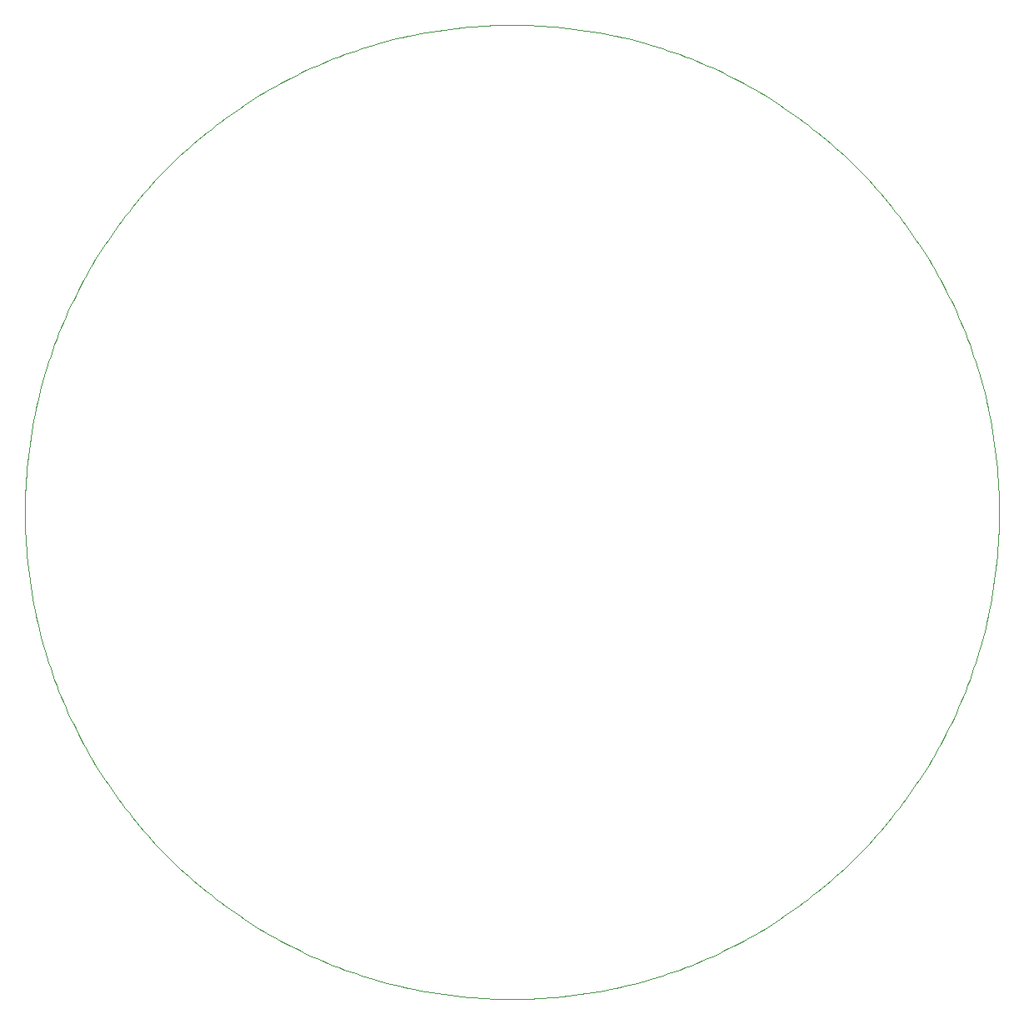
<source format=gm1>
G04 #@! TF.FileFunction,Profile,NP*
%FSLAX46Y46*%
G04 Gerber Fmt 4.6, Leading zero omitted, Abs format (unit mm)*
G04 Created by KiCad (PCBNEW 4.0.7) date 07/18/18 17:21:38*
%MOMM*%
%LPD*%
G01*
G04 APERTURE LIST*
%ADD10C,0.100000*%
G04 APERTURE END LIST*
D10*
X159359421Y-45699200D02*
X158719524Y-45703249D01*
X158719524Y-45703249D02*
X158081573Y-45715363D01*
X158081573Y-45715363D02*
X157445618Y-45735495D01*
X157445618Y-45735495D02*
X156811708Y-45763594D01*
X156811708Y-45763594D02*
X156179894Y-45799613D01*
X156179894Y-45799613D02*
X155550220Y-45843504D01*
X155550220Y-45843504D02*
X154922740Y-45895217D01*
X154922740Y-45895217D02*
X154297495Y-45954705D01*
X154297495Y-45954705D02*
X153674539Y-46021918D01*
X153674539Y-46021918D02*
X153053921Y-46096808D01*
X153053921Y-46096808D02*
X152435685Y-46179327D01*
X152435685Y-46179327D02*
X151819886Y-46269425D01*
X151819886Y-46269425D02*
X151206566Y-46367055D01*
X151206566Y-46367055D02*
X150595778Y-46472168D01*
X150595778Y-46472168D02*
X149987570Y-46584715D01*
X149987570Y-46584715D02*
X149381989Y-46704647D01*
X149381989Y-46704647D02*
X148779083Y-46831917D01*
X148779083Y-46831917D02*
X148178902Y-46966476D01*
X148178902Y-46966476D02*
X147581494Y-47108274D01*
X147581494Y-47108274D02*
X146986909Y-47257264D01*
X146986909Y-47257264D02*
X146395195Y-47413397D01*
X146395195Y-47413397D02*
X145806399Y-47576625D01*
X145806399Y-47576625D02*
X145220572Y-47746898D01*
X145220572Y-47746898D02*
X144637758Y-47924169D01*
X144637758Y-47924169D02*
X144058011Y-48108388D01*
X144058011Y-48108388D02*
X143481376Y-48299508D01*
X143481376Y-48299508D02*
X142907902Y-48497479D01*
X142907902Y-48497479D02*
X142337640Y-48702253D01*
X142337640Y-48702253D02*
X141770636Y-48913782D01*
X141770636Y-48913782D02*
X141206941Y-49132017D01*
X141206941Y-49132017D02*
X140646601Y-49356909D01*
X140646601Y-49356909D02*
X140089664Y-49588410D01*
X140089664Y-49588410D02*
X139536182Y-49826472D01*
X139536182Y-49826472D02*
X138986200Y-50071045D01*
X138986200Y-50071045D02*
X138439770Y-50322082D01*
X138439770Y-50322082D02*
X137896937Y-50579533D01*
X137896937Y-50579533D02*
X137357751Y-50843351D01*
X137357751Y-50843351D02*
X136822261Y-51113486D01*
X136822261Y-51113486D02*
X136290516Y-51389890D01*
X136290516Y-51389890D02*
X135762564Y-51672514D01*
X135762564Y-51672514D02*
X135238453Y-51961311D01*
X135238453Y-51961311D02*
X134718232Y-52256231D01*
X134718232Y-52256231D02*
X134201950Y-52557225D01*
X134201950Y-52557225D02*
X133689655Y-52864246D01*
X133689655Y-52864246D02*
X133181395Y-53177245D01*
X133181395Y-53177245D02*
X132677220Y-53496173D01*
X132677220Y-53496173D02*
X132177177Y-53820981D01*
X132177177Y-53820981D02*
X131681316Y-54151622D01*
X131681316Y-54151622D02*
X131189685Y-54488046D01*
X131189685Y-54488046D02*
X130702332Y-54830205D01*
X130702332Y-54830205D02*
X130219306Y-55178050D01*
X130219306Y-55178050D02*
X129740655Y-55531533D01*
X129740655Y-55531533D02*
X129266429Y-55890606D01*
X129266429Y-55890606D02*
X128796675Y-56255219D01*
X128796675Y-56255219D02*
X128331443Y-56625325D01*
X128331443Y-56625325D02*
X127870780Y-57000874D01*
X127870780Y-57000874D02*
X127414735Y-57381818D01*
X127414735Y-57381818D02*
X126963357Y-57768109D01*
X126963357Y-57768109D02*
X126516695Y-58159698D01*
X126516695Y-58159698D02*
X126074797Y-58556536D01*
X126074797Y-58556536D02*
X125637710Y-58958575D01*
X125637710Y-58958575D02*
X125205486Y-59365767D01*
X125205486Y-59365767D02*
X124778170Y-59778062D01*
X124778170Y-59778062D02*
X124355813Y-60195413D01*
X124355813Y-60195413D02*
X123938462Y-60617770D01*
X123938462Y-60617770D02*
X123526167Y-61045086D01*
X123526167Y-61045086D02*
X123118975Y-61477310D01*
X123118975Y-61477310D02*
X122716936Y-61914397D01*
X122716936Y-61914397D02*
X122320098Y-62356295D01*
X122320098Y-62356295D02*
X121928509Y-62802957D01*
X121928509Y-62802957D02*
X121542218Y-63254335D01*
X121542218Y-63254335D02*
X121161274Y-63710380D01*
X121161274Y-63710380D02*
X120785725Y-64171043D01*
X120785725Y-64171043D02*
X120415619Y-64636275D01*
X120415619Y-64636275D02*
X120051006Y-65106029D01*
X120051006Y-65106029D02*
X119691933Y-65580255D01*
X119691933Y-65580255D02*
X119338450Y-66058906D01*
X119338450Y-66058906D02*
X118990605Y-66541932D01*
X118990605Y-66541932D02*
X118648446Y-67029285D01*
X118648446Y-67029285D02*
X118312022Y-67520916D01*
X118312022Y-67520916D02*
X117981381Y-68016777D01*
X117981381Y-68016777D02*
X117656573Y-68516820D01*
X117656573Y-68516820D02*
X117337645Y-69020995D01*
X117337645Y-69020995D02*
X117024646Y-69529255D01*
X117024646Y-69529255D02*
X116717625Y-70041550D01*
X116717625Y-70041550D02*
X116416631Y-70557832D01*
X116416631Y-70557832D02*
X116121711Y-71078053D01*
X116121711Y-71078053D02*
X115832914Y-71602164D01*
X115832914Y-71602164D02*
X115550290Y-72130116D01*
X115550290Y-72130116D02*
X115273886Y-72661861D01*
X115273886Y-72661861D02*
X115003751Y-73197351D01*
X115003751Y-73197351D02*
X114739933Y-73736537D01*
X114739933Y-73736537D02*
X114482482Y-74279370D01*
X114482482Y-74279370D02*
X114231445Y-74825800D01*
X114231445Y-74825800D02*
X113986872Y-75375782D01*
X113986872Y-75375782D02*
X113748810Y-75929264D01*
X113748810Y-75929264D02*
X113517309Y-76486201D01*
X113517309Y-76486201D02*
X113292417Y-77046541D01*
X113292417Y-77046541D02*
X113074182Y-77610236D01*
X113074182Y-77610236D02*
X112862653Y-78177240D01*
X112862653Y-78177240D02*
X112657879Y-78747502D01*
X112657879Y-78747502D02*
X112459908Y-79320976D01*
X112459908Y-79320976D02*
X112268788Y-79897611D01*
X112268788Y-79897611D02*
X112084569Y-80477358D01*
X112084569Y-80477358D02*
X111907298Y-81060172D01*
X111907298Y-81060172D02*
X111737025Y-81645999D01*
X111737025Y-81645999D02*
X111573797Y-82234795D01*
X111573797Y-82234795D02*
X111417664Y-82826509D01*
X111417664Y-82826509D02*
X111268674Y-83421094D01*
X111268674Y-83421094D02*
X111126876Y-84018502D01*
X111126876Y-84018502D02*
X110992317Y-84618683D01*
X110992317Y-84618683D02*
X110865047Y-85221589D01*
X110865047Y-85221589D02*
X110745115Y-85827170D01*
X110745115Y-85827170D02*
X110632568Y-86435378D01*
X110632568Y-86435378D02*
X110527455Y-87046166D01*
X110527455Y-87046166D02*
X110429825Y-87659486D01*
X110429825Y-87659486D02*
X110339727Y-88275285D01*
X110339727Y-88275285D02*
X110257208Y-88893521D01*
X110257208Y-88893521D02*
X110182318Y-89514139D01*
X110182318Y-89514139D02*
X110115105Y-90137095D01*
X110115105Y-90137095D02*
X110055617Y-90762340D01*
X110055617Y-90762340D02*
X110003904Y-91389820D01*
X110003904Y-91389820D02*
X109960013Y-92019494D01*
X109960013Y-92019494D02*
X109923994Y-92651308D01*
X109923994Y-92651308D02*
X109895895Y-93285218D01*
X109895895Y-93285218D02*
X109875763Y-93921173D01*
X109875763Y-93921173D02*
X109863649Y-94559124D01*
X109863649Y-94559124D02*
X109859600Y-95199021D01*
X109859600Y-95199021D02*
X109863649Y-95838918D01*
X109863649Y-95838918D02*
X109875763Y-96476871D01*
X109875763Y-96476871D02*
X109895895Y-97112824D01*
X109895895Y-97112824D02*
X109923994Y-97746734D01*
X109923994Y-97746734D02*
X109960013Y-98378551D01*
X109960013Y-98378551D02*
X110003904Y-99008225D01*
X110003904Y-99008225D02*
X110055617Y-99635708D01*
X110055617Y-99635708D02*
X110115105Y-100260953D01*
X110115105Y-100260953D02*
X110182318Y-100883909D01*
X110182318Y-100883909D02*
X110257208Y-101504529D01*
X110257208Y-101504529D02*
X110339727Y-102122765D01*
X110339727Y-102122765D02*
X110429825Y-102738569D01*
X110429825Y-102738569D02*
X110527455Y-103351889D01*
X110527455Y-103351889D02*
X110632568Y-103962680D01*
X110632568Y-103962680D02*
X110745115Y-104570891D01*
X110745115Y-104570891D02*
X110865047Y-105176474D01*
X110865047Y-105176474D02*
X110992317Y-105779383D01*
X110992317Y-105779383D02*
X111126876Y-106379566D01*
X111126876Y-106379566D02*
X111268674Y-106976977D01*
X111268674Y-106976977D02*
X111417664Y-107571565D01*
X111417664Y-107571565D02*
X111573797Y-108163284D01*
X111573797Y-108163284D02*
X111737025Y-108752082D01*
X111737025Y-108752082D02*
X111907298Y-109337915D01*
X111907298Y-109337915D02*
X112084569Y-109920731D01*
X112084569Y-109920731D02*
X112268788Y-110500481D01*
X112268788Y-110500481D02*
X112459908Y-111077122D01*
X112459908Y-111077122D02*
X112657879Y-111650598D01*
X112657879Y-111650598D02*
X112862653Y-112220865D01*
X112862653Y-112220865D02*
X113074182Y-112787873D01*
X113074182Y-112787873D02*
X113292417Y-113351573D01*
X113292417Y-113351573D02*
X113517309Y-113911918D01*
X113517309Y-113911918D02*
X113748810Y-114468858D01*
X113748810Y-114468858D02*
X113986872Y-115022345D01*
X113986872Y-115022345D02*
X114231445Y-115572332D01*
X114231445Y-115572332D02*
X114482482Y-116118768D01*
X114482482Y-116118768D02*
X114739933Y-116661605D01*
X114739933Y-116661605D02*
X115003751Y-117200794D01*
X115003751Y-117200794D02*
X115273886Y-117736290D01*
X115273886Y-117736290D02*
X115550290Y-118268039D01*
X115550290Y-118268039D02*
X115832914Y-118795996D01*
X115832914Y-118795996D02*
X116121711Y-119320112D01*
X116121711Y-119320112D02*
X116416631Y-119840339D01*
X116416631Y-119840339D02*
X116717625Y-120356628D01*
X116717625Y-120356628D02*
X117024646Y-120868927D01*
X117024646Y-120868927D02*
X117337645Y-121377192D01*
X117337645Y-121377192D02*
X117656573Y-121881374D01*
X117656573Y-121881374D02*
X117981381Y-122381421D01*
X117981381Y-122381421D02*
X118312022Y-122877290D01*
X118312022Y-122877290D02*
X118648446Y-123368925D01*
X118648446Y-123368925D02*
X118990605Y-123856285D01*
X118990605Y-123856285D02*
X119338450Y-124339316D01*
X119338450Y-124339316D02*
X119691933Y-124817971D01*
X119691933Y-124817971D02*
X120051006Y-125292205D01*
X120051006Y-125292205D02*
X120415619Y-125761965D01*
X120415619Y-125761965D02*
X120785725Y-126227203D01*
X120785725Y-126227203D02*
X121161274Y-126687872D01*
X121161274Y-126687872D02*
X121542218Y-127143923D01*
X121542218Y-127143923D02*
X121928509Y-127595305D01*
X121928509Y-127595305D02*
X122320098Y-128041975D01*
X122320098Y-128041975D02*
X122716936Y-128483879D01*
X122716936Y-128483879D02*
X123118975Y-128920971D01*
X123118975Y-128920971D02*
X123526167Y-129353202D01*
X123526167Y-129353202D02*
X123938462Y-129780523D01*
X123938462Y-129780523D02*
X124355813Y-130202888D01*
X124355813Y-130202888D02*
X124778170Y-130620244D01*
X124778170Y-130620244D02*
X125205486Y-131032544D01*
X125205486Y-131032544D02*
X125637710Y-131439743D01*
X125637710Y-131439743D02*
X126074797Y-131841788D01*
X126074797Y-131841788D02*
X126516695Y-132238631D01*
X126516695Y-132238631D02*
X126963357Y-132630225D01*
X126963357Y-132630225D02*
X127414735Y-133016522D01*
X127414735Y-133016522D02*
X127870780Y-133397475D01*
X127870780Y-133397475D02*
X128331443Y-133773029D01*
X128331443Y-133773029D02*
X128796675Y-134143139D01*
X128796675Y-134143139D02*
X129266429Y-134507759D01*
X129266429Y-134507759D02*
X129740655Y-134866838D01*
X129740655Y-134866838D02*
X130219306Y-135220327D01*
X130219306Y-135220327D02*
X130702332Y-135568177D01*
X130702332Y-135568177D02*
X131189685Y-135910344D01*
X131189685Y-135910344D02*
X131681316Y-136246773D01*
X131681316Y-136246773D02*
X132177177Y-136577420D01*
X132177177Y-136577420D02*
X132677220Y-136902233D01*
X132677220Y-136902233D02*
X133181395Y-137221167D01*
X133181395Y-137221167D02*
X133689655Y-137534171D01*
X133689655Y-137534171D02*
X134201950Y-137841197D01*
X134201950Y-137841197D02*
X134718232Y-138142197D01*
X134718232Y-138142197D02*
X135238453Y-138437123D01*
X135238453Y-138437123D02*
X135762564Y-138725924D01*
X135762564Y-138725924D02*
X136290516Y-139008554D01*
X136290516Y-139008554D02*
X136822261Y-139284962D01*
X136822261Y-139284962D02*
X137357751Y-139555101D01*
X137357751Y-139555101D02*
X137896937Y-139818925D01*
X137896937Y-139818925D02*
X138439770Y-140076381D01*
X138439770Y-140076381D02*
X138986200Y-140327423D01*
X138986200Y-140327423D02*
X139536182Y-140572001D01*
X139536182Y-140572001D02*
X140089664Y-140810068D01*
X140089664Y-140810068D02*
X140646601Y-141041573D01*
X140646601Y-141041573D02*
X141206941Y-141266469D01*
X141206941Y-141266469D02*
X141770636Y-141484708D01*
X141770636Y-141484708D02*
X142337640Y-141696242D01*
X142337640Y-141696242D02*
X142907902Y-141901019D01*
X142907902Y-141901019D02*
X143481376Y-142098996D01*
X143481376Y-142098996D02*
X144058011Y-142290118D01*
X144058011Y-142290118D02*
X144637758Y-142474342D01*
X144637758Y-142474342D02*
X145220572Y-142651615D01*
X145220572Y-142651615D02*
X145806399Y-142821893D01*
X145806399Y-142821893D02*
X146395195Y-142985123D01*
X146395195Y-142985123D02*
X146986909Y-143141261D01*
X146986909Y-143141261D02*
X147581494Y-143290253D01*
X147581494Y-143290253D02*
X148178902Y-143432054D01*
X148178902Y-143432054D02*
X148779083Y-143566616D01*
X148779083Y-143566616D02*
X149381989Y-143693888D01*
X149381989Y-143693888D02*
X149987570Y-143813824D01*
X149987570Y-143813824D02*
X150595778Y-143926372D01*
X150595778Y-143926372D02*
X151206566Y-144031489D01*
X151206566Y-144031489D02*
X151819886Y-144129120D01*
X151819886Y-144129120D02*
X152435685Y-144219221D01*
X152435685Y-144219221D02*
X153053921Y-144301742D01*
X153053921Y-144301742D02*
X153674539Y-144376632D01*
X153674539Y-144376632D02*
X154297495Y-144443847D01*
X154297495Y-144443847D02*
X154922740Y-144503336D01*
X154922740Y-144503336D02*
X155550220Y-144555052D01*
X155550220Y-144555052D02*
X156179894Y-144598943D01*
X156179894Y-144598943D02*
X156811708Y-144634964D01*
X156811708Y-144634964D02*
X157445618Y-144663062D01*
X157445618Y-144663062D02*
X158081573Y-144683197D01*
X158081573Y-144683197D02*
X158719524Y-144695315D01*
X158719524Y-144695315D02*
X159359421Y-144699363D01*
X159359421Y-144699363D02*
X159999318Y-144695315D01*
X159999318Y-144695315D02*
X160637271Y-144683197D01*
X160637271Y-144683197D02*
X161273224Y-144663062D01*
X161273224Y-144663062D02*
X161907134Y-144634964D01*
X161907134Y-144634964D02*
X162538951Y-144598943D01*
X162538951Y-144598943D02*
X163168625Y-144555052D01*
X163168625Y-144555052D02*
X163796108Y-144503336D01*
X163796108Y-144503336D02*
X164421353Y-144443847D01*
X164421353Y-144443847D02*
X165044309Y-144376632D01*
X165044309Y-144376632D02*
X165664929Y-144301742D01*
X165664929Y-144301742D02*
X166283165Y-144219221D01*
X166283165Y-144219221D02*
X166898969Y-144129120D01*
X166898969Y-144129120D02*
X167512289Y-144031489D01*
X167512289Y-144031489D02*
X168123080Y-143926372D01*
X168123080Y-143926372D02*
X168731291Y-143813824D01*
X168731291Y-143813824D02*
X169336874Y-143693888D01*
X169336874Y-143693888D02*
X169939783Y-143566616D01*
X169939783Y-143566616D02*
X170539966Y-143432054D01*
X170539966Y-143432054D02*
X171137377Y-143290253D01*
X171137377Y-143290253D02*
X171731965Y-143141261D01*
X171731965Y-143141261D02*
X172323684Y-142985123D01*
X172323684Y-142985123D02*
X172912482Y-142821893D01*
X172912482Y-142821893D02*
X173498315Y-142651615D01*
X173498315Y-142651615D02*
X174081131Y-142474342D01*
X174081131Y-142474342D02*
X174660881Y-142290118D01*
X174660881Y-142290118D02*
X175237522Y-142098996D01*
X175237522Y-142098996D02*
X175810998Y-141901019D01*
X175810998Y-141901019D02*
X176381265Y-141696242D01*
X176381265Y-141696242D02*
X176948273Y-141484708D01*
X176948273Y-141484708D02*
X177511973Y-141266469D01*
X177511973Y-141266469D02*
X178072318Y-141041573D01*
X178072318Y-141041573D02*
X178629258Y-140810068D01*
X178629258Y-140810068D02*
X179182745Y-140572001D01*
X179182745Y-140572001D02*
X179732732Y-140327423D01*
X179732732Y-140327423D02*
X180279168Y-140076381D01*
X180279168Y-140076381D02*
X180822005Y-139818925D01*
X180822005Y-139818925D02*
X181361194Y-139555101D01*
X181361194Y-139555101D02*
X181896690Y-139284962D01*
X181896690Y-139284962D02*
X182428439Y-139008554D01*
X182428439Y-139008554D02*
X182956396Y-138725924D01*
X182956396Y-138725924D02*
X183480512Y-138437123D01*
X183480512Y-138437123D02*
X184000739Y-138142197D01*
X184000739Y-138142197D02*
X184517028Y-137841197D01*
X184517028Y-137841197D02*
X185029327Y-137534171D01*
X185029327Y-137534171D02*
X185537592Y-137221167D01*
X185537592Y-137221167D02*
X186041774Y-136902233D01*
X186041774Y-136902233D02*
X186541821Y-136577420D01*
X186541821Y-136577420D02*
X187037690Y-136246773D01*
X187037690Y-136246773D02*
X187529325Y-135910344D01*
X187529325Y-135910344D02*
X188016685Y-135568177D01*
X188016685Y-135568177D02*
X188499716Y-135220327D01*
X188499716Y-135220327D02*
X188978371Y-134866838D01*
X188978371Y-134866838D02*
X189452605Y-134507759D01*
X189452605Y-134507759D02*
X189922365Y-134143139D01*
X189922365Y-134143139D02*
X190387603Y-133773029D01*
X190387603Y-133773029D02*
X190848272Y-133397475D01*
X190848272Y-133397475D02*
X191304323Y-133016522D01*
X191304323Y-133016522D02*
X191755705Y-132630225D01*
X191755705Y-132630225D02*
X192202375Y-132238631D01*
X192202375Y-132238631D02*
X192644279Y-131841788D01*
X192644279Y-131841788D02*
X193081371Y-131439743D01*
X193081371Y-131439743D02*
X193513602Y-131032544D01*
X193513602Y-131032544D02*
X193940923Y-130620244D01*
X193940923Y-130620244D02*
X194363288Y-130202888D01*
X194363288Y-130202888D02*
X194780644Y-129780523D01*
X194780644Y-129780523D02*
X195192944Y-129353202D01*
X195192944Y-129353202D02*
X195600143Y-128920971D01*
X195600143Y-128920971D02*
X196002188Y-128483879D01*
X196002188Y-128483879D02*
X196399031Y-128041975D01*
X196399031Y-128041975D02*
X196790625Y-127595305D01*
X196790625Y-127595305D02*
X197176922Y-127143923D01*
X197176922Y-127143923D02*
X197557875Y-126687872D01*
X197557875Y-126687872D02*
X197933429Y-126227203D01*
X197933429Y-126227203D02*
X198303539Y-125761965D01*
X198303539Y-125761965D02*
X198668159Y-125292205D01*
X198668159Y-125292205D02*
X199027238Y-124817971D01*
X199027238Y-124817971D02*
X199380727Y-124339316D01*
X199380727Y-124339316D02*
X199728577Y-123856285D01*
X199728577Y-123856285D02*
X200070744Y-123368925D01*
X200070744Y-123368925D02*
X200407173Y-122877290D01*
X200407173Y-122877290D02*
X200737820Y-122381421D01*
X200737820Y-122381421D02*
X201062633Y-121881374D01*
X201062633Y-121881374D02*
X201381567Y-121377192D01*
X201381567Y-121377192D02*
X201694571Y-120868927D01*
X201694571Y-120868927D02*
X202001597Y-120356628D01*
X202001597Y-120356628D02*
X202302597Y-119840339D01*
X202302597Y-119840339D02*
X202597523Y-119320112D01*
X202597523Y-119320112D02*
X202886324Y-118795996D01*
X202886324Y-118795996D02*
X203168954Y-118268039D01*
X203168954Y-118268039D02*
X203445362Y-117736290D01*
X203445362Y-117736290D02*
X203715501Y-117200794D01*
X203715501Y-117200794D02*
X203979325Y-116661605D01*
X203979325Y-116661605D02*
X204236781Y-116118768D01*
X204236781Y-116118768D02*
X204487823Y-115572332D01*
X204487823Y-115572332D02*
X204732401Y-115022345D01*
X204732401Y-115022345D02*
X204970468Y-114468858D01*
X204970468Y-114468858D02*
X205201973Y-113911918D01*
X205201973Y-113911918D02*
X205426869Y-113351573D01*
X205426869Y-113351573D02*
X205645108Y-112787873D01*
X205645108Y-112787873D02*
X205856642Y-112220865D01*
X205856642Y-112220865D02*
X206061419Y-111650598D01*
X206061419Y-111650598D02*
X206259396Y-111077122D01*
X206259396Y-111077122D02*
X206450518Y-110500481D01*
X206450518Y-110500481D02*
X206634742Y-109920731D01*
X206634742Y-109920731D02*
X206812015Y-109337915D01*
X206812015Y-109337915D02*
X206982293Y-108752082D01*
X206982293Y-108752082D02*
X207145523Y-108163284D01*
X207145523Y-108163284D02*
X207301661Y-107571565D01*
X207301661Y-107571565D02*
X207450653Y-106976977D01*
X207450653Y-106976977D02*
X207592454Y-106379566D01*
X207592454Y-106379566D02*
X207727016Y-105779383D01*
X207727016Y-105779383D02*
X207854288Y-105176474D01*
X207854288Y-105176474D02*
X207974224Y-104570891D01*
X207974224Y-104570891D02*
X208086772Y-103962680D01*
X208086772Y-103962680D02*
X208191889Y-103351889D01*
X208191889Y-103351889D02*
X208289520Y-102738569D01*
X208289520Y-102738569D02*
X208379621Y-102122765D01*
X208379621Y-102122765D02*
X208462142Y-101504529D01*
X208462142Y-101504529D02*
X208537032Y-100883909D01*
X208537032Y-100883909D02*
X208604247Y-100260953D01*
X208604247Y-100260953D02*
X208663736Y-99635708D01*
X208663736Y-99635708D02*
X208715452Y-99008225D01*
X208715452Y-99008225D02*
X208759343Y-98378551D01*
X208759343Y-98378551D02*
X208795364Y-97746734D01*
X208795364Y-97746734D02*
X208823462Y-97112824D01*
X208823462Y-97112824D02*
X208843597Y-96476871D01*
X208843597Y-96476871D02*
X208855715Y-95838918D01*
X208855715Y-95838918D02*
X208859763Y-95199021D01*
X208859763Y-95199021D02*
X208855715Y-94559124D01*
X208855715Y-94559124D02*
X208843597Y-93921173D01*
X208843597Y-93921173D02*
X208823462Y-93285218D01*
X208823462Y-93285218D02*
X208795364Y-92651308D01*
X208795364Y-92651308D02*
X208759343Y-92019494D01*
X208759343Y-92019494D02*
X208715452Y-91389820D01*
X208715452Y-91389820D02*
X208663736Y-90762340D01*
X208663736Y-90762340D02*
X208604247Y-90137095D01*
X208604247Y-90137095D02*
X208537032Y-89514139D01*
X208537032Y-89514139D02*
X208462142Y-88893521D01*
X208462142Y-88893521D02*
X208379621Y-88275285D01*
X208379621Y-88275285D02*
X208289520Y-87659486D01*
X208289520Y-87659486D02*
X208191889Y-87046166D01*
X208191889Y-87046166D02*
X208086772Y-86435378D01*
X208086772Y-86435378D02*
X207974224Y-85827170D01*
X207974224Y-85827170D02*
X207854288Y-85221589D01*
X207854288Y-85221589D02*
X207727016Y-84618683D01*
X207727016Y-84618683D02*
X207592454Y-84018502D01*
X207592454Y-84018502D02*
X207450653Y-83421094D01*
X207450653Y-83421094D02*
X207301661Y-82826509D01*
X207301661Y-82826509D02*
X207145523Y-82234795D01*
X207145523Y-82234795D02*
X206982293Y-81645999D01*
X206982293Y-81645999D02*
X206812015Y-81060172D01*
X206812015Y-81060172D02*
X206634742Y-80477358D01*
X206634742Y-80477358D02*
X206450518Y-79897611D01*
X206450518Y-79897611D02*
X206259396Y-79320976D01*
X206259396Y-79320976D02*
X206061419Y-78747502D01*
X206061419Y-78747502D02*
X205856642Y-78177240D01*
X205856642Y-78177240D02*
X205645108Y-77610236D01*
X205645108Y-77610236D02*
X205426869Y-77046541D01*
X205426869Y-77046541D02*
X205201973Y-76486201D01*
X205201973Y-76486201D02*
X204970468Y-75929264D01*
X204970468Y-75929264D02*
X204732401Y-75375782D01*
X204732401Y-75375782D02*
X204487823Y-74825800D01*
X204487823Y-74825800D02*
X204236781Y-74279370D01*
X204236781Y-74279370D02*
X203979325Y-73736537D01*
X203979325Y-73736537D02*
X203715501Y-73197351D01*
X203715501Y-73197351D02*
X203445362Y-72661861D01*
X203445362Y-72661861D02*
X203168954Y-72130116D01*
X203168954Y-72130116D02*
X202886324Y-71602164D01*
X202886324Y-71602164D02*
X202597523Y-71078053D01*
X202597523Y-71078053D02*
X202302597Y-70557832D01*
X202302597Y-70557832D02*
X202001597Y-70041550D01*
X202001597Y-70041550D02*
X201694571Y-69529255D01*
X201694571Y-69529255D02*
X201381567Y-69020995D01*
X201381567Y-69020995D02*
X201062633Y-68516820D01*
X201062633Y-68516820D02*
X200737820Y-68016777D01*
X200737820Y-68016777D02*
X200407173Y-67520916D01*
X200407173Y-67520916D02*
X200070744Y-67029285D01*
X200070744Y-67029285D02*
X199728577Y-66541932D01*
X199728577Y-66541932D02*
X199380727Y-66058906D01*
X199380727Y-66058906D02*
X199027238Y-65580255D01*
X199027238Y-65580255D02*
X198668159Y-65106029D01*
X198668159Y-65106029D02*
X198303539Y-64636275D01*
X198303539Y-64636275D02*
X197933429Y-64171043D01*
X197933429Y-64171043D02*
X197557875Y-63710380D01*
X197557875Y-63710380D02*
X197176922Y-63254335D01*
X197176922Y-63254335D02*
X196790625Y-62802957D01*
X196790625Y-62802957D02*
X196399031Y-62356295D01*
X196399031Y-62356295D02*
X196002188Y-61914397D01*
X196002188Y-61914397D02*
X195600143Y-61477310D01*
X195600143Y-61477310D02*
X195192944Y-61045086D01*
X195192944Y-61045086D02*
X194780644Y-60617770D01*
X194780644Y-60617770D02*
X194363288Y-60195413D01*
X194363288Y-60195413D02*
X193940923Y-59778062D01*
X193940923Y-59778062D02*
X193513602Y-59365767D01*
X193513602Y-59365767D02*
X193081371Y-58958575D01*
X193081371Y-58958575D02*
X192644279Y-58556536D01*
X192644279Y-58556536D02*
X192202375Y-58159698D01*
X192202375Y-58159698D02*
X191755705Y-57768109D01*
X191755705Y-57768109D02*
X191304323Y-57381818D01*
X191304323Y-57381818D02*
X190848272Y-57000874D01*
X190848272Y-57000874D02*
X190387603Y-56625325D01*
X190387603Y-56625325D02*
X189922365Y-56255219D01*
X189922365Y-56255219D02*
X189452605Y-55890606D01*
X189452605Y-55890606D02*
X188978371Y-55531533D01*
X188978371Y-55531533D02*
X188499716Y-55178050D01*
X188499716Y-55178050D02*
X188016685Y-54830205D01*
X188016685Y-54830205D02*
X187529325Y-54488046D01*
X187529325Y-54488046D02*
X187037690Y-54151622D01*
X187037690Y-54151622D02*
X186541821Y-53820981D01*
X186541821Y-53820981D02*
X186041774Y-53496173D01*
X186041774Y-53496173D02*
X185537592Y-53177245D01*
X185537592Y-53177245D02*
X185029327Y-52864246D01*
X185029327Y-52864246D02*
X184517028Y-52557225D01*
X184517028Y-52557225D02*
X184000739Y-52256231D01*
X184000739Y-52256231D02*
X183480512Y-51961311D01*
X183480512Y-51961311D02*
X182956396Y-51672514D01*
X182956396Y-51672514D02*
X182428439Y-51389890D01*
X182428439Y-51389890D02*
X181896690Y-51113486D01*
X181896690Y-51113486D02*
X181361194Y-50843351D01*
X181361194Y-50843351D02*
X180822005Y-50579533D01*
X180822005Y-50579533D02*
X180279168Y-50322082D01*
X180279168Y-50322082D02*
X179732732Y-50071045D01*
X179732732Y-50071045D02*
X179182745Y-49826472D01*
X179182745Y-49826472D02*
X178629258Y-49588410D01*
X178629258Y-49588410D02*
X178072318Y-49356909D01*
X178072318Y-49356909D02*
X177511973Y-49132017D01*
X177511973Y-49132017D02*
X176948273Y-48913782D01*
X176948273Y-48913782D02*
X176381265Y-48702253D01*
X176381265Y-48702253D02*
X175810998Y-48497479D01*
X175810998Y-48497479D02*
X175237522Y-48299508D01*
X175237522Y-48299508D02*
X174660881Y-48108388D01*
X174660881Y-48108388D02*
X174081131Y-47924169D01*
X174081131Y-47924169D02*
X173498315Y-47746898D01*
X173498315Y-47746898D02*
X172912482Y-47576625D01*
X172912482Y-47576625D02*
X172323684Y-47413397D01*
X172323684Y-47413397D02*
X171731965Y-47257264D01*
X171731965Y-47257264D02*
X171137377Y-47108274D01*
X171137377Y-47108274D02*
X170539966Y-46966476D01*
X170539966Y-46966476D02*
X169939783Y-46831917D01*
X169939783Y-46831917D02*
X169336874Y-46704647D01*
X169336874Y-46704647D02*
X168731291Y-46584715D01*
X168731291Y-46584715D02*
X168123080Y-46472168D01*
X168123080Y-46472168D02*
X167512289Y-46367055D01*
X167512289Y-46367055D02*
X166898969Y-46269425D01*
X166898969Y-46269425D02*
X166283165Y-46179327D01*
X166283165Y-46179327D02*
X165664929Y-46096808D01*
X165664929Y-46096808D02*
X165044309Y-46021918D01*
X165044309Y-46021918D02*
X164421353Y-45954705D01*
X164421353Y-45954705D02*
X163796108Y-45895217D01*
X163796108Y-45895217D02*
X163168625Y-45843504D01*
X163168625Y-45843504D02*
X162538951Y-45799613D01*
X162538951Y-45799613D02*
X161907134Y-45763594D01*
X161907134Y-45763594D02*
X161273224Y-45735495D01*
X161273224Y-45735495D02*
X160637271Y-45715363D01*
X160637271Y-45715363D02*
X159999318Y-45703249D01*
X159999318Y-45703249D02*
X159359421Y-45699200D01*
X159359421Y-45699200D02*
X159359421Y-45699200D01*
X159359421Y-45699200D02*
X159359421Y-45699200D01*
M02*

</source>
